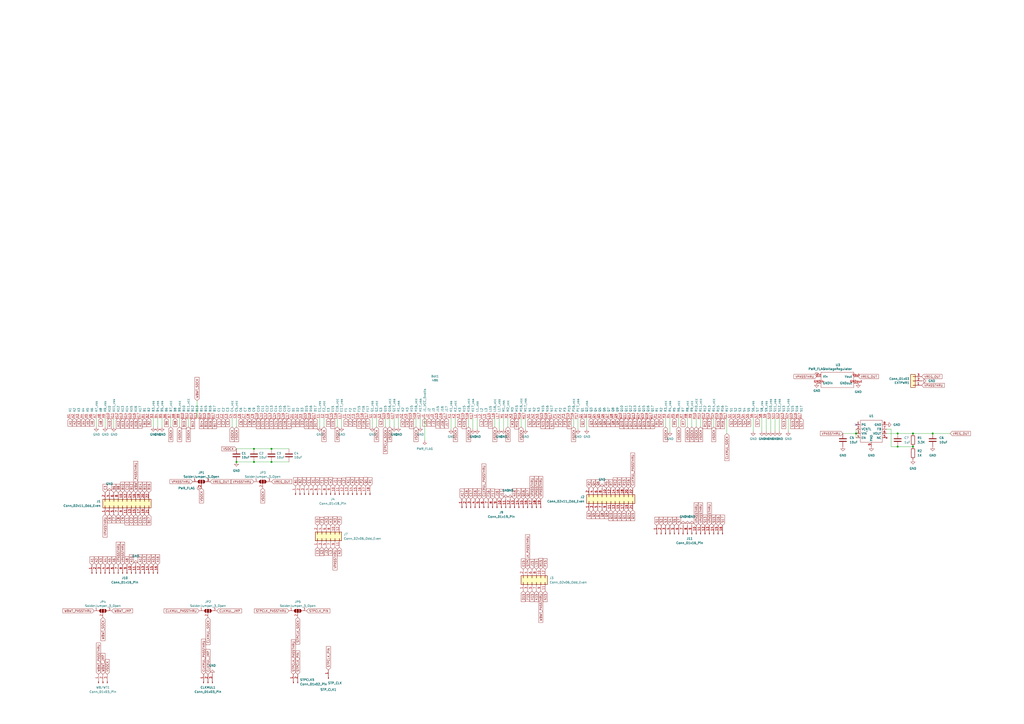
<source format=kicad_sch>
(kicad_sch (version 20230121) (generator eeschema)
  (paper "A2")
  (title_block (title "486SandwichSocketBlaster") (date "2024-10-06") (rev "0.1") (company "ScrapComputing"))
  (junction (at 529.59 259.08))
  (junction (at 496.57 251.46))
  (junction (at 520.7 251.46))
  (junction (at 137.16 267.97))
  (junction (at 147.32 260.35))
  (junction (at 529.59 251.46))
  (junction (at 541.02 251.46))
  (junction (at 157.48 267.97))
  (junction (at 147.32 267.97))
  (junction (at 520.7 259.08))
  (junction (at 157.48 260.35))
  (no_connect (at 496.57 246.38))
  (wire (pts (xy 157.48 267.97) (xy 167.64 267.97)))
  (wire (pts (xy 332.74 242.57) (xy 332.74 247.65)))
  (wire (pts (xy 516.89 248.92) (xy 516.89 259.08)))
  (wire (pts (xy 514.35 248.92) (xy 516.89 248.92)))
  (wire (pts (xy 452.12 242.57) (xy 452.12 250.19)))
  (wire (pts (xy 88.9 242.57) (xy 88.9 247.65)))
  (wire (pts (xy 520.7 259.08) (xy 529.59 259.08)))
  (wire (pts (xy 157.48 260.35) (xy 167.64 260.35)))
  (wire (pts (xy 114.3 242.57) (xy 114.3 232.41)))
  (wire (pts (xy 289.56 242.57) (xy 289.56 248.92)))
  (wire (pts (xy 516.89 259.08) (xy 520.7 259.08)))
  (wire (pts (xy 223.52 242.57) (xy 223.52 247.65)))
  (wire (pts (xy 401.32 242.57) (xy 401.32 247.65)))
  (wire (pts (xy 241.3 242.57) (xy 241.3 247.65)))
  (wire (pts (xy 215.9 247.65) (xy 215.9 242.57)))
  (wire (pts (xy 274.32 242.57) (xy 274.32 248.92)))
  (wire (pts (xy 137.16 242.57) (xy 137.16 247.65)))
  (wire (pts (xy 195.58 242.57) (xy 195.58 247.65)))
  (wire (pts (xy 398.78 242.57) (xy 398.78 247.65)))
  (wire (pts (xy 447.04 242.57) (xy 447.04 250.19)))
  (wire (pts (xy 137.16 260.35) (xy 147.32 260.35)))
  (wire (pts (xy 386.08 242.57) (xy 386.08 247.65)))
  (wire (pts (xy 520.7 251.46) (xy 529.59 251.46)))
  (wire (pts (xy 109.22 242.57) (xy 109.22 247.65)))
  (wire (pts (xy 457.2 242.57) (xy 457.2 250.19)))
  (wire (pts (xy 403.86 242.57) (xy 403.86 247.65)))
  (wire (pts (xy 198.12 242.57) (xy 198.12 247.65)))
  (wire (pts (xy 294.64 242.57) (xy 294.64 247.65)))
  (wire (pts (xy 185.42 247.65) (xy 185.42 242.57)))
  (wire (pts (xy 91.44 242.57) (xy 91.44 247.65)))
  (wire (pts (xy 421.64 242.57) (xy 421.64 251.46)))
  (wire (pts (xy 414.02 242.57) (xy 414.02 247.65)))
  (wire (pts (xy 276.86 248.92) (xy 276.86 242.57)))
  (wire (pts (xy 488.95 251.46) (xy 496.57 251.46)))
  (wire (pts (xy 287.02 242.57) (xy 287.02 247.65)))
  (wire (pts (xy 246.38 242.57) (xy 246.38 255.27)))
  (wire (pts (xy 137.16 267.97) (xy 147.32 267.97)))
  (wire (pts (xy 60.96 242.57) (xy 60.96 247.65)))
  (wire (pts (xy 147.32 260.35) (xy 157.48 260.35)))
  (wire (pts (xy 541.02 251.46) (xy 551.18 251.46)))
  (wire (pts (xy 104.14 242.57) (xy 104.14 247.65)))
  (wire (pts (xy 496.57 248.92) (xy 496.57 251.46)))
  (wire (pts (xy 514.35 251.46) (xy 520.7 251.46)))
  (wire (pts (xy 231.14 247.65) (xy 231.14 242.57)))
  (wire (pts (xy 444.5 242.57) (xy 444.5 250.19)))
  (wire (pts (xy 55.88 242.57) (xy 55.88 247.65)))
  (wire (pts (xy 529.59 251.46) (xy 541.02 251.46)))
  (wire (pts (xy 261.62 242.57) (xy 261.62 248.92)))
  (wire (pts (xy 243.84 247.65) (xy 243.84 242.57)))
  (wire (pts (xy 441.96 242.57) (xy 441.96 250.19)))
  (wire (pts (xy 93.98 242.57) (xy 93.98 247.65)))
  (wire (pts (xy 134.62 242.57) (xy 134.62 247.65)))
  (wire (pts (xy 302.26 242.57) (xy 302.26 247.65)))
  (wire (pts (xy 436.88 242.57) (xy 436.88 250.19)))
  (wire (pts (xy 335.28 242.57) (xy 335.28 248.92)))
  (wire (pts (xy 66.04 242.57) (xy 66.04 247.65)))
  (wire (pts (xy 340.36 248.92) (xy 340.36 242.57)))
  (wire (pts (xy 406.4 242.57) (xy 406.4 247.65)))
  (wire (pts (xy 264.16 242.57) (xy 264.16 247.65)))
  (wire (pts (xy 187.96 242.57) (xy 187.96 247.65)))
  (wire (pts (xy 218.44 242.57) (xy 218.44 247.65)))
  (wire (pts (xy 393.7 242.57) (xy 393.7 247.65)))
  (wire (pts (xy 228.6 242.57) (xy 228.6 247.65)))
  (wire (pts (xy 304.8 242.57) (xy 304.8 248.92)))
  (wire (pts (xy 292.1 248.92) (xy 292.1 242.57)))
  (wire (pts (xy 147.32 267.97) (xy 157.48 267.97)))
  (wire (pts (xy 449.58 242.57) (xy 449.58 250.19)))
  (wire (pts (xy 496.57 251.46) (xy 496.57 254)))
  (wire (pts (xy 388.62 242.57) (xy 388.62 250.19)))
  (wire (pts (xy 271.78 242.57) (xy 271.78 247.65)))
  (wire (pts (xy 226.06 242.57) (xy 226.06 247.65)))
  (wire (pts (xy 99.06 242.57) (xy 99.06 247.65)))
  (global_label "A1" (shape input) (at 40.64 242.57 270) (property "Intersheetrefs" "${INTERSHEET_REFS}" (effects hide)))
  (global_label "Q4" (shape input) (at 345.44 242.57 270) (property "Intersheetrefs" "${INTERSHEET_REFS}" (effects hide)))
  (global_label "Q8" (shape input) (at 355.6 242.57 270) (property "Intersheetrefs" "${INTERSHEET_REFS}" (effects hide)))
  (global_label "P2" (shape input) (at 325.12 242.57 270) (property "Intersheetrefs" "${INTERSHEET_REFS}" (effects hide)))
  (global_label "Q1" (shape input) (at 212.09 281.94 90) (property "Intersheetrefs" "${INTERSHEET_REFS}" (effects hide)))
  (global_label "VSOCK" (shape input) (at 137.16 260.35 180) (property "Intersheetrefs" "${INTERSHEET_REFS}" (effects hide)))
  (global_label "P3" (shape input) (at 327.66 242.57 270) (property "Intersheetrefs" "${INTERSHEET_REFS}" (effects hide)))
  (global_label "CLKMUL_JMP" (shape input) (at 120.65 391.16 90) (property "Intersheetrefs" "${INTERSHEET_REFS}" (effects hide)))
  (global_label "Q9" (shape input) (at 358.14 242.57 270) (property "Intersheetrefs" "${INTERSHEET_REFS}" (effects hide)))
  (global_label "F3" (shape input) (at 186.69 304.8 90) (property "Intersheetrefs" "${INTERSHEET_REFS}" (effects hide)))
  (global_label "D16" (shape input) (at 275.59 289.56 90) (property "Intersheetrefs" "${INTERSHEET_REFS}" (effects hide)))
  (global_label "WBWT_PASSTHRU" (shape input) (at 54.61 354.33 180) (property "Intersheetrefs" "${INTERSHEET_REFS}" (effects hide)))
  (global_label "Q11" (shape input) (at 356.87 295.91 270) (property "Intersheetrefs" "${INTERSHEET_REFS}" (effects hide)))
  (global_label "C17" (shape input) (at 273.05 289.56 90) (property "Intersheetrefs" "${INTERSHEET_REFS}" (effects hide)))
  (global_label "VSOCK" (shape input) (at 401.32 247.65 270) (property "Intersheetrefs" "${INTERSHEET_REFS}" (effects hide)))
  (global_label "J17" (shape input) (at 259.08 242.57 270) (property "Intersheetrefs" "${INTERSHEET_REFS}" (effects hide)))
  (global_label "VPASSTHRU" (shape input) (at 313.69 289.56 90) (property "Intersheetrefs" "${INTERSHEET_REFS}" (effects hide)))
  (global_label "J16" (shape input) (at 256.54 242.57 270) (property "Intersheetrefs" "${INTERSHEET_REFS}" (effects hide)))
  (global_label "J16" (shape input) (at 288.29 289.56 90) (property "Intersheetrefs" "${INTERSHEET_REFS}" (effects hide)))
  (global_label "VSOCK" (shape input) (at 195.58 247.65 270) (property "Intersheetrefs" "${INTERSHEET_REFS}" (effects hide)))
  (global_label "K15" (shape input) (at 311.15 342.9 270) (property "Intersheetrefs" "${INTERSHEET_REFS}" (effects hide)))
  (global_label "J15" (shape input) (at 254 242.57 270) (property "Intersheetrefs" "${INTERSHEET_REFS}" (effects hide)))
  (global_label "VREG_OUT" (shape input) (at 534.67 218.44 0) (property "Intersheetrefs" "${INTERSHEET_REFS}" (effects hide)))
  (global_label "Q8" (shape input) (at 349.25 295.91 270) (property "Intersheetrefs" "${INTERSHEET_REFS}" (effects hide)))
  (global_label "B8" (shape input) (at 101.6 242.57 270) (property "Intersheetrefs" "${INTERSHEET_REFS}" (effects hide)))
  (global_label "R2" (shape input) (at 341.63 283.21 90) (property "Intersheetrefs" "${INTERSHEET_REFS}" (effects hide)))
  (global_label "S1" (shape input) (at 424.18 242.57 270) (property "Intersheetrefs" "${INTERSHEET_REFS}" (effects hide)))
  (global_label "VSOCK" (shape input) (at 218.44 247.65 270) (property "Intersheetrefs" "${INTERSHEET_REFS}" (effects hide)))
  (global_label "L2" (shape input) (at 279.4 242.57 270) (property "Intersheetrefs" "${INTERSHEET_REFS}" (effects hide)))
  (global_label "VSOCK" (shape input) (at 271.78 247.65 270) (property "Intersheetrefs" "${INTERSHEET_REFS}" (effects hide)))
  (global_label "VPASSTHRU" (shape input) (at 473.71 218.44 180) (property "Intersheetrefs" "${INTERSHEET_REFS}" (effects hide)))
  (global_label "Q16" (shape input) (at 375.92 242.57 270) (property "Intersheetrefs" "${INTERSHEET_REFS}" (effects hide)))
  (global_label "C11" (shape input) (at 73.66 298.45 270) (property "Intersheetrefs" "${INTERSHEET_REFS}" (effects hide)))
  (global_label "CLKMUL_PASSTHRU" (shape input) (at 115.57 354.33 180) (property "Intersheetrefs" "${INTERSHEET_REFS}" (effects hide)))
  (global_label "N16" (shape input) (at 298.45 289.56 90) (property "Intersheetrefs" "${INTERSHEET_REFS}" (effects hide)))
  (global_label "VSOCK" (shape input) (at 287.02 247.65 270) (property "Intersheetrefs" "${INTERSHEET_REFS}" (effects hide)))
  (global_label "A10" (shape input) (at 76.2 327.66 90) (property "Intersheetrefs" "${INTERSHEET_REFS}" (effects hide)))
  (global_label "F2" (shape input) (at 203.2 242.57 270) (property "Intersheetrefs" "${INTERSHEET_REFS}" (effects hide)))
  (global_label "P1" (shape input) (at 207.01 281.94 90) (property "Intersheetrefs" "${INTERSHEET_REFS}" (effects hide)))
  (global_label "Q15" (shape input) (at 367.03 295.91 270) (property "Intersheetrefs" "${INTERSHEET_REFS}" (effects hide)))
  (global_label "D15" (shape input) (at 177.8 242.57 270) (property "Intersheetrefs" "${INTERSHEET_REFS}" (effects hide)))
  (global_label "C7" (shape input) (at 142.24 242.57 270) (property "Intersheetrefs" "${INTERSHEET_REFS}" (effects hide)))
  (global_label "J15" (shape input) (at 308.61 330.2 90) (property "Intersheetrefs" "${INTERSHEET_REFS}" (effects hide)))
  (global_label "VSOCK" (shape input) (at 398.78 247.65 270) (property "Intersheetrefs" "${INTERSHEET_REFS}" (effects hide)))
  (global_label "L15" (shape input) (at 284.48 242.57 270) (property "Intersheetrefs" "${INTERSHEET_REFS}" (effects hide)))
  (global_label "A2" (shape input) (at 55.88 327.66 90) (property "Intersheetrefs" "${INTERSHEET_REFS}" (effects hide)))
  (global_label "STPCLK_PIN" (shape input) (at 190.5 388.62 90) (property "Intersheetrefs" "${INTERSHEET_REFS}" (effects hide)))
  (global_label "VSOCK" (shape input) (at 332.74 247.65 270) (property "Intersheetrefs" "${INTERSHEET_REFS}" (effects hide)))
  (global_label "STPCLK_PIN" (shape input) (at 172.72 391.16 90) (property "Intersheetrefs" "${INTERSHEET_REFS}" (effects hide)))
  (global_label "B15" (shape input) (at 119.38 242.57 270) (property "Intersheetrefs" "${INTERSHEET_REFS}" (effects hide)))
  (global_label "A3" (shape input) (at 58.42 327.66 90) (property "Intersheetrefs" "${INTERSHEET_REFS}" (effects hide)))
  (global_label "VREG_OUT" (shape input) (at 551.18 251.46 0) (property "Intersheetrefs" "${INTERSHEET_REFS}" (effects hide)))
  (global_label "K3" (shape input) (at 266.7 242.57 270) (property "Intersheetrefs" "${INTERSHEET_REFS}" (effects hide)))
  (global_label "VPASSTHRU" (shape input) (at 406.4 304.8 90) (property "Intersheetrefs" "${INTERSHEET_REFS}" (effects hide)))
  (global_label "VPASSTHRU" (shape input) (at 111.76 279.4 180) (property "Intersheetrefs" "${INTERSHEET_REFS}" (effects hide)))
  (global_label "C7" (shape input) (at 66.04 298.45 270) (property "Intersheetrefs" "${INTERSHEET_REFS}" (effects hide)))
  (global_label "CLKMUL_SOCK" (shape input) (at 120.65 358.14 270) (property "Intersheetrefs" "${INTERSHEET_REFS}" (effects hide)))
  (global_label "H15" (shape input) (at 308.61 342.9 270) (property "Intersheetrefs" "${INTERSHEET_REFS}" (effects hide)))
  (global_label "F16" (shape input) (at 283.21 289.56 90) (property "Intersheetrefs" "${INTERSHEET_REFS}" (effects hide)))
  (global_label "S15" (shape input) (at 414.02 304.8 90) (property "Intersheetrefs" "${INTERSHEET_REFS}" (effects hide)))
  (global_label "A8" (shape input) (at 73.66 327.66 90) (property "Intersheetrefs" "${INTERSHEET_REFS}" (effects hide)))
  (global_label "D16" (shape input) (at 180.34 242.57 270) (property "Intersheetrefs" "${INTERSHEET_REFS}" (effects hide)))
  (global_label "Q3" (shape input) (at 342.9 242.57 270) (property "Intersheetrefs" "${INTERSHEET_REFS}" (effects hide)))
  (global_label "S3" (shape input) (at 386.08 304.8 90) (property "Intersheetrefs" "${INTERSHEET_REFS}" (effects hide)))
  (global_label "B1" (shape input) (at 171.45 281.94 90) (property "Intersheetrefs" "${INTERSHEET_REFS}" (effects hide)))
  (global_label "STPCLK_PIN" (shape input) (at 177.8 354.33 0) (property "Intersheetrefs" "${INTERSHEET_REFS}" (effects hide)))
  (global_label "R16" (shape input) (at 364.49 283.21 90) (property "Intersheetrefs" "${INTERSHEET_REFS}" (effects hide)))
  (global_label "C16" (shape input) (at 165.1 242.57 270) (property "Intersheetrefs" "${INTERSHEET_REFS}" (effects hide)))
  (global_label "K15" (shape input) (at 269.24 242.57 270) (property "Intersheetrefs" "${INTERSHEET_REFS}" (effects hide)))
  (global_label "C13" (shape input) (at 157.48 242.57 270) (property "Intersheetrefs" "${INTERSHEET_REFS}" (effects hide)))
  (global_label "VPASSTHRU" (shape input) (at 411.48 304.8 90) (property "Intersheetrefs" "${INTERSHEET_REFS}" (effects hide)))
  (global_label "C8" (shape input) (at 68.58 298.45 270) (property "Intersheetrefs" "${INTERSHEET_REFS}" (effects hide)))
  (global_label "VPASSTHRU" (shape input) (at 71.12 327.66 90) (property "Intersheetrefs" "${INTERSHEET_REFS}" (effects hide)))
  (global_label "N2" (shape input) (at 309.88 242.57 270) (property "Intersheetrefs" "${INTERSHEET_REFS}" (effects hide)))
  (global_label "CLKMUL_PASSTHRU" (shape input) (at 367.03 283.21 90) (property "Intersheetrefs" "${INTERSHEET_REFS}" (effects hide)))
  (global_label "STPCLK_PASSTHRU" (shape input) (at 170.18 391.16 90) (property "Intersheetrefs" "${INTERSHEET_REFS}" (effects hide)))
  (global_label "S17" (shape input) (at 464.82 242.57 270) (property "Intersheetrefs" "${INTERSHEET_REFS}" (effects hide)))
  (global_label "J3" (shape input) (at 251.46 242.57 270) (property "Intersheetrefs" "${INTERSHEET_REFS}" (effects hide)))
  (global_label "VPASSTHRU" (shape input) (at 194.31 317.5 270) (property "Intersheetrefs" "${INTERSHEET_REFS}" (effects hide)))
  (global_label "R12" (shape input) (at 408.94 242.57 270) (property "Intersheetrefs" "${INTERSHEET_REFS}" (effects hide)))
  (global_label "S3" (shape input) (at 429.26 242.57 270) (property "Intersheetrefs" "${INTERSHEET_REFS}" (effects hide)))
  (global_label "C15" (shape input) (at 162.56 242.57 270) (property "Intersheetrefs" "${INTERSHEET_REFS}" (effects hide)))
  (global_label "VSOCK" (shape input) (at 99.06 247.65 270) (property "Intersheetrefs" "${INTERSHEET_REFS}" (effects hide)))
  (global_label "P3" (shape input) (at 196.85 304.8 90) (property "Intersheetrefs" "${INTERSHEET_REFS}" (effects hide)))
  (global_label "C2" (shape input) (at 129.54 242.57 270) (property "Intersheetrefs" "${INTERSHEET_REFS}" (effects hide)))
  (global_label "J2" (shape input) (at 248.92 242.57 270) (property "Intersheetrefs" "${INTERSHEET_REFS}" (effects hide)))
  (global_label "A14" (shape input) (at 73.66 242.57 270) (property "Intersheetrefs" "${INTERSHEET_REFS}" (effects hide)))
  (global_label "A10" (shape input) (at 63.5 242.57 270) (property "Intersheetrefs" "${INTERSHEET_REFS}" (effects hide)))
  (global_label "Q6" (shape input) (at 350.52 242.57 270) (property "Intersheetrefs" "${INTERSHEET_REFS}" (effects hide)))
  (global_label "S2" (shape input) (at 426.72 242.57 270) (property "Intersheetrefs" "${INTERSHEET_REFS}" (effects hide)))
  (global_label "B12" (shape input) (at 76.2 285.75 90) (property "Intersheetrefs" "${INTERSHEET_REFS}" (effects hide)))
  (global_label "VPASSTHRU" (shape input) (at 308.61 289.56 90) (property "Intersheetrefs" "${INTERSHEET_REFS}" (effects hide)))
  (global_label "N17" (shape input) (at 300.99 289.56 90) (property "Intersheetrefs" "${INTERSHEET_REFS}" (effects hide)))
  (global_label "VPASSTHRU" (shape input) (at 403.86 304.8 90) (property "Intersheetrefs" "${INTERSHEET_REFS}" (effects hide)))
  (global_label "VPASSTHRU" (shape input) (at 534.67 223.52 0) (property "Intersheetrefs" "${INTERSHEET_REFS}" (effects hide)))
  (global_label "D3" (shape input) (at 184.15 304.8 90) (property "Intersheetrefs" "${INTERSHEET_REFS}" (effects hide)))
  (global_label "B2" (shape input) (at 86.36 242.57 270) (property "Intersheetrefs" "${INTERSHEET_REFS}" (effects hide)))
  (global_label "S16" (shape input) (at 462.28 242.57 270) (property "Intersheetrefs" "${INTERSHEET_REFS}" (effects hide)))
  (global_label "Q5" (shape input) (at 347.98 242.57 270) (property "Intersheetrefs" "${INTERSHEET_REFS}" (effects hide)))
  (global_label "B6" (shape input) (at 96.52 242.57 270) (property "Intersheetrefs" "${INTERSHEET_REFS}" (effects hide)))
  (global_label "A6" (shape input) (at 66.04 327.66 90) (property "Intersheetrefs" "${INTERSHEET_REFS}" (effects hide)))
  (global_label "P2" (shape input) (at 209.55 281.94 90) (property "Intersheetrefs" "${INTERSHEET_REFS}" (effects hide)))
  (global_label "A16" (shape input) (at 91.44 327.66 90) (property "Intersheetrefs" "${INTERSHEET_REFS}" (effects hide)))
  (global_label "R15" (shape input) (at 361.95 283.21 90) (property "Intersheetrefs" "${INTERSHEET_REFS}" (effects hide)))
  (global_label "S7" (shape input) (at 393.7 304.8 90) (property "Intersheetrefs" "${INTERSHEET_REFS}" (effects hide)))
  (global_label "STPCLK_PASSTHRU" (shape input) (at 306.07 330.2 90) (property "Intersheetrefs" "${INTERSHEET_REFS}" (effects hide)))
  (global_label "N15" (shape input) (at 314.96 242.57 270) (property "Intersheetrefs" "${INTERSHEET_REFS}" (effects hide)))
  (global_label "R2" (shape input) (at 383.54 242.57 270) (property "Intersheetrefs" "${INTERSHEET_REFS}" (effects hide)))
  (global_label "S7" (shape input) (at 439.42 242.57 270) (property "Intersheetrefs" "${INTERSHEET_REFS}" (effects hide)))
  (global_label "VSOCK" (shape input) (at 116.84 283.21 270) (property "Intersheetrefs" "${INTERSHEET_REFS}" (effects hide)))
  (global_label "VSOCK" (shape input) (at 137.16 247.65 270) (property "Intersheetrefs" "${INTERSHEET_REFS}" (effects hide)))
  (global_label "VREG_OUT" (shape input) (at 157.48 279.4 0) (property "Intersheetrefs" "${INTERSHEET_REFS}" (effects hide)))
  (global_label "A12" (shape input) (at 81.28 327.66 90) (property "Intersheetrefs" "${INTERSHEET_REFS}" (effects hide)))
  (global_label "C3" (shape input) (at 132.08 242.57 270) (property "Intersheetrefs" "${INTERSHEET_REFS}" (effects hide)))
  (global_label "M3" (shape input) (at 297.18 242.57 270) (property "Intersheetrefs" "${INTERSHEET_REFS}" (effects hide)))
  (global_label "R1" (shape input) (at 214.63 281.94 90) (property "Intersheetrefs" "${INTERSHEET_REFS}" (effects hide)))
  (global_label "C11" (shape input) (at 152.4 242.57 270) (property "Intersheetrefs" "${INTERSHEET_REFS}" (effects hide)))
  (global_label "CLKMUL_SOCK" (shape input) (at 421.64 251.46 270) (property "Intersheetrefs" "${INTERSHEET_REFS}" (effects hide)))
  (global_label "E15" (shape input) (at 193.04 242.57 270) (property "Intersheetrefs" "${INTERSHEET_REFS}" (effects hide)))
  (global_label "M15" (shape input) (at 299.72 242.57 270) (property "Intersheetrefs" "${INTERSHEET_REFS}" (effects hide)))
  (global_label "S2" (shape input) (at 383.54 304.8 90) (property "Intersheetrefs" "${INTERSHEET_REFS}" (effects hide)))
  (global_label "Q10" (shape input) (at 360.68 242.57 270) (property "Intersheetrefs" "${INTERSHEET_REFS}" (effects hide)))
  (global_label "B8" (shape input) (at 68.58 285.75 90) (property "Intersheetrefs" "${INTERSHEET_REFS}" (effects hide)))
  (global_label "Q13" (shape input) (at 361.95 295.91 270) (property "Intersheetrefs" "${INTERSHEET_REFS}" (effects hide)))
  (global_label "C2" (shape input) (at 176.53 281.94 90) (property "Intersheetrefs" "${INTERSHEET_REFS}" (effects hide)))
  (global_label "B16" (shape input) (at 86.36 285.75 90) (property "Intersheetrefs" "${INTERSHEET_REFS}" (effects hide)))
  (global_label "VSOCK" (shape input) (at 109.22 247.65 270) (property "Intersheetrefs" "${INTERSHEET_REFS}" (effects hide)))
  (global_label "F17" (shape input) (at 213.36 242.57 270) (property "Intersheetrefs" "${INTERSHEET_REFS}" (effects hide)))
  (global_label "K3" (shape input) (at 191.77 304.8 90) (property "Intersheetrefs" "${INTERSHEET_REFS}" (effects hide)))
  (global_label "H3" (shape input) (at 236.22 242.57 270) (property "Intersheetrefs" "${INTERSHEET_REFS}" (effects hide)))
  (global_label "C9" (shape input) (at 71.12 298.45 270) (property "Intersheetrefs" "${INTERSHEET_REFS}" (effects hide)))
  (global_label "B1" (shape input) (at 83.82 242.57 270) (property "Intersheetrefs" "${INTERSHEET_REFS}" (effects hide)))
  (global_label "D2" (shape input) (at 184.15 281.94 90) (property "Intersheetrefs" "${INTERSHEET_REFS}" (effects hide)))
  (global_label "STPCLK_SOCK" (shape input) (at 223.52 247.65 270) (property "Intersheetrefs" "${INTERSHEET_REFS}" (effects hide)))
  (global_label "H15" (shape input) (at 238.76 242.57 270) (property "Intersheetrefs" "${INTERSHEET_REFS}" (effects hide)))
  (global_label "VSOCK" (shape input) (at 241.3 247.65 270) (property "Intersheetrefs" "${INTERSHEET_REFS}" (effects hide)))
  (global_label "C6" (shape input) (at 139.7 242.57 270) (property "Intersheetrefs" "${INTERSHEET_REFS}" (effects hide)))
  (global_label "C12" (shape input) (at 154.94 242.57 270) (property "Intersheetrefs" "${INTERSHEET_REFS}" (effects hide)))
  (global_label "A2" (shape input) (at 43.18 242.57 270) (property "Intersheetrefs" "${INTERSHEET_REFS}" (effects hide)))
  (global_label "L3" (shape input) (at 281.94 242.57 270) (property "Intersheetrefs" "${INTERSHEET_REFS}" (effects hide)))
  (global_label "E15" (shape input) (at 303.53 330.2 90) (property "Intersheetrefs" "${INTERSHEET_REFS}" (effects hide)))
  (global_label "A16" (shape input) (at 78.74 242.57 270) (property "Intersheetrefs" "${INTERSHEET_REFS}" (effects hide)))
  (global_label "R5" (shape input) (at 351.79 283.21 90) (property "Intersheetrefs" "${INTERSHEET_REFS}" (effects hide)))
  (global_label "E3" (shape input) (at 190.5 242.57 270) (property "Intersheetrefs" "${INTERSHEET_REFS}" (effects hide)))
  (global_label "S1" (shape input) (at 381 304.8 90) (property "Intersheetrefs" "${INTERSHEET_REFS}" (effects hide)))
  (global_label "VREG_OUT" (shape input) (at 121.92 279.4 0) (property "Intersheetrefs" "${INTERSHEET_REFS}" (effects hide)))
  (global_label "Q15" (shape input) (at 373.38 242.57 270) (property "Intersheetrefs" "${INTERSHEET_REFS}" (effects hide)))
  (global_label "VSOCK" (shape input) (at 403.86 247.65 270) (property "Intersheetrefs" "${INTERSHEET_REFS}" (effects hide)))
  (global_label "A15" (shape input) (at 88.9 327.66 90) (property "Intersheetrefs" "${INTERSHEET_REFS}" (effects hide)))
  (global_label "S5" (shape input) (at 391.16 304.8 90) (property "Intersheetrefs" "${INTERSHEET_REFS}" (effects hide)))
  (global_label "STPCLK_SOCK" (shape input) (at 172.72 358.14 270) (property "Intersheetrefs" "${INTERSHEET_REFS}" (effects hide)))
  (global_label "E3" (shape input) (at 184.15 317.5 270) (property "Intersheetrefs" "${INTERSHEET_REFS}" (effects hide)))
  (global_label "B17" (shape input) (at 86.36 298.45 270) (property "Intersheetrefs" "${INTERSHEET_REFS}" (effects hide)))
  (global_label "S15" (shape input) (at 459.74 242.57 270) (property "Intersheetrefs" "${INTERSHEET_REFS}" (effects hide)))
  (global_label "VSOCK" (shape input) (at 104.14 247.65 270) (property "Intersheetrefs" "${INTERSHEET_REFS}" (effects hide)))
  (global_label "C1" (shape input) (at 179.07 281.94 90) (property "Intersheetrefs" "${INTERSHEET_REFS}" (effects hide)))
  (global_label "N2" (shape input) (at 204.47 281.94 90) (property "Intersheetrefs" "${INTERSHEET_REFS}" (effects hide)))
  (global_label "Q14" (shape input) (at 364.49 295.91 270) (property "Intersheetrefs" "${INTERSHEET_REFS}" (effects hide)))
  (global_label "C16" (shape input) (at 270.51 289.56 90) (property "Intersheetrefs" "${INTERSHEET_REFS}" (effects hide)))
  (global_label "WBWT_SOCK" (shape input) (at 59.69 358.14 270) (property "Intersheetrefs" "${INTERSHEET_REFS}" (effects hide)))
  (global_label "P15" (shape input) (at 330.2 242.57 270) (property "Intersheetrefs" "${INTERSHEET_REFS}" (effects hide)))
  (global_label "Q7" (shape input) (at 353.06 242.57 270) (property "Intersheetrefs" "${INTERSHEET_REFS}" (effects hide)))
  (global_label "VSOCK" (shape input) (at 187.96 247.65 270) (property "Intersheetrefs" "${INTERSHEET_REFS}" (effects hide)))
  (global_label "C6" (shape input) (at 63.5 298.45 270) (property "Intersheetrefs" "${INTERSHEET_REFS}" (effects hide)))
  (global_label "B10" (shape input) (at 106.68 242.57 270) (property "Intersheetrefs" "${INTERSHEET_REFS}" (effects hide)))
  (global_label "C9" (shape input) (at 147.32 242.57 270) (property "Intersheetrefs" "${INTERSHEET_REFS}" (effects hide)))
  (global_label "Q16" (shape input) (at 303.53 289.56 90) (property "Intersheetrefs" "${INTERSHEET_REFS}" (effects hide)))
  (global_label "D17" (shape input) (at 182.88 242.57 270) (property "Intersheetrefs" "${INTERSHEET_REFS}" (effects hide)))
  (global_label "Q5" (shape input) (at 344.17 295.91 270) (property "Intersheetrefs" "${INTERSHEET_REFS}" (effects hide)))
  (global_label "C14" (shape input) (at 160.02 242.57 270) (property "Intersheetrefs" "${INTERSHEET_REFS}" (effects hide)))
  (global_label "J1" (shape input) (at 194.31 281.94 90) (property "Intersheetrefs" "${INTERSHEET_REFS}" (effects hide)))
  (global_label "VSOCK" (shape input) (at 62.23 391.16 90) (property "Intersheetrefs" "${INTERSHEET_REFS}" (effects hide)))
  (global_label "C1" (shape input) (at 127 242.57 270) (property "Intersheetrefs" "${INTERSHEET_REFS}" (effects hide)))
  (global_label "Q3" (shape input) (at 341.63 295.91 270) (property "Intersheetrefs" "${INTERSHEET_REFS}" (effects hide)))
  (global_label "C3" (shape input) (at 60.96 285.75 90) (property "Intersheetrefs" "${INTERSHEET_REFS}" (effects hide)))
  (global_label "VSOCK" (shape input) (at 294.64 247.65 270) (property "Intersheetrefs" "${INTERSHEET_REFS}" (effects hide)))
  (global_label "S4" (shape input) (at 431.8 242.57 270) (property "Intersheetrefs" "${INTERSHEET_REFS}" (effects hide)))
  (global_label "N15" (shape input) (at 316.23 342.9 270) (property "Intersheetrefs" "${INTERSHEET_REFS}" (effects hide)))
  (global_label "P1" (shape input) (at 322.58 242.57 270) (property "Intersheetrefs" "${INTERSHEET_REFS}" (effects hide)))
  (global_label "F16" (shape input) (at 210.82 242.57 270) (property "Intersheetrefs" "${INTERSHEET_REFS}" (effects hide)))
  (global_label "Q12" (shape input) (at 359.41 295.91 270) (property "Intersheetrefs" "${INTERSHEET_REFS}" (effects hide)))
  (global_label "VREG_OUT" (shape input) (at 497.84 218.44 0) (property "Intersheetrefs" "${INTERSHEET_REFS}" (effects hide)))
  (global_label "R5" (shape input) (at 391.16 242.57 270) (property "Intersheetrefs" "${INTERSHEET_REFS}" (effects hide)))
  (global_label "A17" (shape input) (at 267.97 289.56 90) (property "Intersheetrefs" "${INTERSHEET_REFS}" (effects hide)))
  (global_label "VSOCK" (shape input) (at 264.16 247.65 270) (property "Intersheetrefs" "${INTERSHEET_REFS}" (effects hide)))
  (global_label "B6" (shape input) (at 66.04 285.75 90) (property "Intersheetrefs" "${INTERSHEET_REFS}" (effects hide)))
  (global_label "B12" (shape input) (at 111.76 242.57 270) (property "Intersheetrefs" "${INTERSHEET_REFS}" (effects hide)))
  (global_label "C8" (shape input) (at 144.78 242.57 270) (property "Intersheetrefs" "${INTERSHEET_REFS}" (effects hide)))
  (global_label "D2" (shape input) (at 172.72 242.57 270) (property "Intersheetrefs" "${INTERSHEET_REFS}" (effects hide)))
  (global_label "VPASSTHRU" (shape input) (at 488.95 251.46 180) (property "Intersheetrefs" "${INTERSHEET_REFS}" (effects hide)))
  (global_label "A15" (shape input) (at 76.2 242.57 270) (property "Intersheetrefs" "${INTERSHEET_REFS}" (effects hide)))
  (global_label "D1" (shape input) (at 181.61 281.94 90) (property "Intersheetrefs" "${INTERSHEET_REFS}" (effects hide)))
  (global_label "N17" (shape input) (at 320.04 242.57 270) (property "Intersheetrefs" "${INTERSHEET_REFS}" (effects hide)))
  (global_label "CLKMUL_PASSTHRU" (shape input) (at 118.11 391.16 90) (property "Intersheetrefs" "${INTERSHEET_REFS}" (effects hide)))
  (global_label "A5" (shape input) (at 50.8 242.57 270) (property "Intersheetrefs" "${INTERSHEET_REFS}" (effects hide)))
  (global_label "Q4" (shape input) (at 344.17 283.21 90) (property "Intersheetrefs" "${INTERSHEET_REFS}" (effects hide)))
  (global_label "R13" (shape input) (at 411.48 242.57 270) (property "Intersheetrefs" "${INTERSHEET_REFS}" (effects hide)))
  (global_label "J17" (shape input) (at 290.83 289.56 90) (property "Intersheetrefs" "${INTERSHEET_REFS}" (effects hide)))
  (global_label "F15" (shape input) (at 208.28 242.57 270) (property "Intersheetrefs" "${INTERSHEET_REFS}" (effects hide)))
  (global_label "WBWT_JMP" (shape input) (at 59.69 391.16 90) (property "Intersheetrefs" "${INTERSHEET_REFS}" (effects hide)))
  (global_label "A1" (shape input) (at 53.34 327.66 90) (property "Intersheetrefs" "${INTERSHEET_REFS}" (effects hide)))
  (global_label "R13" (shape input) (at 359.41 283.21 90) (property "Intersheetrefs" "${INTERSHEET_REFS}" (effects hide)))
  (global_label "N3" (shape input) (at 312.42 242.57 270) (property "Intersheetrefs" "${INTERSHEET_REFS}" (effects hide)))
  (global_label "M3" (shape input) (at 194.31 304.8 90) (property "Intersheetrefs" "${INTERSHEET_REFS}" (effects hide)))
  (global_label "VSOCK" (shape input) (at 152.4 283.21 270) (property "Intersheetrefs" "${INTERSHEET_REFS}" (effects hide)))
  (global_label "VSOCK" (shape input) (at 414.02 247.65 270) (property "Intersheetrefs" "${INTERSHEET_REFS}" (effects hide)))
  (global_label "A3" (shape input) (at 45.72 242.57 270) (property "Intersheetrefs" "${INTERSHEET_REFS}" (effects hide)))
  (global_label "R12" (shape input) (at 356.87 283.21 90) (property "Intersheetrefs" "${INTERSHEET_REFS}" (effects hide)))
  (global_label "A12" (shape input) (at 68.58 242.57 270) (property "Intersheetrefs" "${INTERSHEET_REFS}" (effects hide)))
  (global_label "Q7" (shape input) (at 346.71 295.91 270) (property "Intersheetrefs" "${INTERSHEET_REFS}" (effects hide)))
  (global_label "B14" (shape input) (at 81.28 285.75 90) (property "Intersheetrefs" "${INTERSHEET_REFS}" (effects hide)))
  (global_label "R7" (shape input) (at 396.24 242.57 270) (property "Intersheetrefs" "${INTERSHEET_REFS}" (effects hide)))
  (global_label "S4" (shape input) (at 388.62 304.8 90) (property "Intersheetrefs" "${INTERSHEET_REFS}" (effects hide)))
  (global_label "B10" (shape input) (at 71.12 285.75 90) (property "Intersheetrefs" "${INTERSHEET_REFS}" (effects hide)))
  (global_label "L15" (shape input) (at 311.15 330.2 90) (property "Intersheetrefs" "${INTERSHEET_REFS}" (effects hide)))
  (global_label "Q17" (shape input) (at 306.07 289.56 90) (property "Intersheetrefs" "${INTERSHEET_REFS}" (effects hide)))
  (global_label "VSOCK" (shape input) (at 386.08 247.65 270) (property "Intersheetrefs" "${INTERSHEET_REFS}" (effects hide)))
  (global_label "C15" (shape input) (at 83.82 298.45 270) (property "Intersheetrefs" "${INTERSHEET_REFS}" (effects hide)))
  (global_label "VPASSTHRU" (shape input) (at 147.32 279.4 180) (property "Intersheetrefs" "${INTERSHEET_REFS}" (effects hide)))
  (global_label "J2" (shape input) (at 196.85 281.94 90) (property "Intersheetrefs" "${INTERSHEET_REFS}" (effects hide)))
  (global_label "D3" (shape input) (at 175.26 242.57 270) (property "Intersheetrefs" "${INTERSHEET_REFS}" (effects hide)))
  (global_label "S5" (shape input) (at 434.34 242.57 270) (property "Intersheetrefs" "${INTERSHEET_REFS}" (effects hide)))
  (global_label "H3" (shape input) (at 189.23 304.8 90) (property "Intersheetrefs" "${INTERSHEET_REFS}" (effects hide)))
  (global_label "D17" (shape input) (at 278.13 289.56 90) (property "Intersheetrefs" "${INTERSHEET_REFS}" (effects hide)))
  (global_label "F1" (shape input) (at 200.66 242.57 270) (property "Intersheetrefs" "${INTERSHEET_REFS}" (effects hide)))
  (global_label "STPCLK_PASSTHRU" (shape input) (at 167.64 354.33 180) (property "Intersheetrefs" "${INTERSHEET_REFS}" (effects hide)))
  (global_label "L2" (shape input) (at 199.39 281.94 90) (property "Intersheetrefs" "${INTERSHEET_REFS}" (effects hide)))
  (global_label "F17" (shape input) (at 285.75 289.56 90) (property "Intersheetrefs" "${INTERSHEET_REFS}" (effects hide)))
  (global_label "F3" (shape input) (at 205.74 242.57 270) (property "Intersheetrefs" "${INTERSHEET_REFS}" (effects hide)))
  (global_label "B16" (shape input) (at 121.92 242.57 270) (property "Intersheetrefs" "${INTERSHEET_REFS}" (effects hide)))
  (global_label "R15" (shape input) (at 416.56 242.57 270) (property "Intersheetrefs" "${INTERSHEET_REFS}" (effects hide)))
  (global_label "B14" (shape input) (at 116.84 242.57 270) (property "Intersheetrefs" "${INTERSHEET_REFS}" (effects hide)))
  (global_label "Q11" (shape input) (at 363.22 242.57 270) (property "Intersheetrefs" "${INTERSHEET_REFS}" (effects hide)))
  (global_label "B15" (shape input) (at 83.82 285.75 90) (property "Intersheetrefs" "${INTERSHEET_REFS}" (effects hide)))
  (global_label "A14" (shape input) (at 86.36 327.66 90) (property "Intersheetrefs" "${INTERSHEET_REFS}" (effects hide)))
  (global_label "A13" (shape input) (at 71.12 242.57 270) (property "Intersheetrefs" "${INTERSHEET_REFS}" (effects hide)))
  (global_label "VSOCK" (shape input) (at 226.06 247.65 270) (property "Intersheetrefs" "${INTERSHEET_REFS}" (effects hide)))
  (global_label "S13" (shape input) (at 454.66 242.57 270) (property "Intersheetrefs" "${INTERSHEET_REFS}" (effects hide)))
  (global_label "Q12" (shape input) (at 365.76 242.57 270) (property "Intersheetrefs" "${INTERSHEET_REFS}" (effects hide)))
  (global_label "Q9" (shape input) (at 351.79 295.91 270) (property "Intersheetrefs" "${INTERSHEET_REFS}" (effects hide)))
  (global_label "F2" (shape input) (at 189.23 281.94 90) (property "Intersheetrefs" "${INTERSHEET_REFS}" (effects hide)))
  (global_label "S16" (shape input) (at 416.56 304.8 90) (property "Intersheetrefs" "${INTERSHEET_REFS}" (effects hide)))
  (global_label "VPASSTHRU" (shape input) (at 68.58 327.66 90) (property "Intersheetrefs" "${INTERSHEET_REFS}" (effects hide)))
  (global_label "R1" (shape input) (at 381 242.57 270) (property "Intersheetrefs" "${INTERSHEET_REFS}" (effects hide)))
  (global_label "S13" (shape input) (at 408.94 304.8 90) (property "Intersheetrefs" "${INTERSHEET_REFS}" (effects hide)))
  (global_label "VSOCK" (shape input) (at 302.26 247.65 270) (property "Intersheetrefs" "${INTERSHEET_REFS}" (effects hide)))
  (global_label "R7" (shape input) (at 354.33 283.21 90) (property "Intersheetrefs" "${INTERSHEET_REFS}" (effects hide)))
  (global_label "Q14" (shape input) (at 370.84 242.57 270) (property "Intersheetrefs" "${INTERSHEET_REFS}" (effects hide)))
  (global_label "J3" (shape input) (at 189.23 317.5 270) (property "Intersheetrefs" "${INTERSHEET_REFS}" (effects hide)))
  (global_label "Q13" (shape input) (at 368.3 242.57 270) (property "Intersheetrefs" "${INTERSHEET_REFS}" (effects hide)))
  (global_label "S17" (shape input) (at 419.1 304.8 90) (property "Intersheetrefs" "${INTERSHEET_REFS}" (effects hide)))
  (global_label "A4" (shape input) (at 48.26 242.57 270) (property "Intersheetrefs" "${INTERSHEET_REFS}" (effects hide)))
  (global_label "WBWT_PASSTHRU" (shape input) (at 313.69 342.9 270) (property "Intersheetrefs" "${INTERSHEET_REFS}" (effects hide)))
  (global_label "WBWT_JMP" (shape input) (at 64.77 354.33 0) (property "Intersheetrefs" "${INTERSHEET_REFS}" (effects hide)))
  (global_label "C17" (shape input) (at 167.64 242.57 270) (property "Intersheetrefs" "${INTERSHEET_REFS}" (effects hide)))
  (global_label "A17" (shape input) (at 81.28 242.57 270) (property "Intersheetrefs" "${INTERSHEET_REFS}" (effects hide)))
  (global_label "F15" (shape input) (at 306.07 342.9 270) (property "Intersheetrefs" "${INTERSHEET_REFS}" (effects hide)))
  (global_label "Q1" (shape input) (at 337.82 242.57 270) (property "Intersheetrefs" "${INTERSHEET_REFS}" (effects hide)))
  (global_label "Q17" (shape input) (at 378.46 242.57 270) (property "Intersheetrefs" "${INTERSHEET_REFS}" (effects hide)))
  (global_label "F1" (shape input) (at 186.69 281.94 90) (property "Intersheetrefs" "${INTERSHEET_REFS}" (effects hide)))
  (global_label "VSOCK" (shape input) (at 134.62 247.65 270) (property "Intersheetrefs" "${INTERSHEET_REFS}" (effects hide)))
  (global_label "C14" (shape input) (at 81.28 298.45 270) (property "Intersheetrefs" "${INTERSHEET_REFS}" (effects hide)))
  (global_label "G3" (shape input) (at 220.98 242.57 270) (property "Intersheetrefs" "${INTERSHEET_REFS}" (effects hide)))
  (global_label "WBWT_PASSTHRU" (shape input) (at 57.15 391.16 90) (property "Intersheetrefs" "${INTERSHEET_REFS}" (effects hide)))
  (global_label "C12" (shape input) (at 76.2 298.45 270) (property "Intersheetrefs" "${INTERSHEET_REFS}" (effects hide)))
  (global_label "C13" (shape input) (at 78.74 298.45 270) (property "Intersheetrefs" "${INTERSHEET_REFS}" (effects hide)))
  (global_label "Q6" (shape input) (at 346.71 283.21 90) (property "Intersheetrefs" "${INTERSHEET_REFS}" (effects hide)))
  (global_label "N1" (shape input) (at 201.93 281.94 90) (property "Intersheetrefs" "${INTERSHEET_REFS}" (effects hide)))
  (global_label "CLKMUL_PASSTHRU" (shape input) (at 280.67 289.56 90) (property "Intersheetrefs" "${INTERSHEET_REFS}" (effects hide)))
  (global_label "C10" (shape input) (at 149.86 242.57 270) (property "Intersheetrefs" "${INTERSHEET_REFS}" (effects hide)))
  (global_label "Q10" (shape input) (at 354.33 295.91 270) (property "Intersheetrefs" "${INTERSHEET_REFS}" (effects hide)))
  (global_label "C10" (shape input) (at 73.66 285.75 90) (property "Intersheetrefs" "${INTERSHEET_REFS}" (effects hide)))
  (global_label "N1" (shape input) (at 307.34 242.57 270) (property "Intersheetrefs" "${INTERSHEET_REFS}" (effects hide)))
  (global_label "VSOCK" (shape input) (at 393.7 247.65 270) (property "Intersheetrefs" "${INTERSHEET_REFS}" (effects hide)))
  (global_label "H2" (shape input) (at 191.77 281.94 90) (property "Intersheetrefs" "${INTERSHEET_REFS}" (effects hide)))
  (global_label "N3" (shape input) (at 196.85 317.5 270) (property "Intersheetrefs" "${INTERSHEET_REFS}" (effects hide)))
  (global_label "L3" (shape input) (at 191.77 317.5 270) (property "Intersheetrefs" "${INTERSHEET_REFS}" (effects hide)))
  (global_label "N16" (shape input) (at 317.5 242.57 270) (property "Intersheetrefs" "${INTERSHEET_REFS}" (effects hide)))
  (global_label "VSOCK" (shape input) (at 406.4 247.65 270) (property "Intersheetrefs" "${INTERSHEET_REFS}" (effects hide)))
  (global_label "VPASSTHRU" (shape input) (at 60.96 298.45 270) (property "Intersheetrefs" "${INTERSHEET_REFS}" (effects hide)))
  (global_label "WBWT_PASSTHRU" (shape input) (at 78.74 285.75 90) (property "Intersheetrefs" "${INTERSHEET_REFS}" (effects hide)))
  (global_label "H2" (shape input) (at 233.68 242.57 270) (property "Intersheetrefs" "${INTERSHEET_REFS}" (effects hide)))
  (global_label "WBWT_SOCK" (shape input) (at 114.3 232.41 90) (property "Intersheetrefs" "${INTERSHEET_REFS}" (effects hide)))
  (global_label "A4" (shape input) (at 60.96 327.66 90) (property "Intersheetrefs" "${INTERSHEET_REFS}" (effects hide)))
  (global_label "CLKMUL_JMP" (shape input) (at 125.73 354.33 0) (property "Intersheetrefs" "${INTERSHEET_REFS}" (effects hide)))
  (global_label "VPASSTHRU" (shape input) (at 311.15 289.56 90) (property "Intersheetrefs" "${INTERSHEET_REFS}" (effects hide)))
  (global_label "A6" (shape input) (at 53.34 242.57 270) (property "Intersheetrefs" "${INTERSHEET_REFS}" (effects hide)))
  (global_label "A8" (shape input) (at 58.42 242.57 270) (property "Intersheetrefs" "${INTERSHEET_REFS}" (effects hide)))
  (global_label "D15" (shape input) (at 303.53 342.9 270) (property "Intersheetrefs" "${INTERSHEET_REFS}" (effects hide)))
  (global_label "B17" (shape input) (at 124.46 242.57 270) (property "Intersheetrefs" "${INTERSHEET_REFS}" (effects hide)))
  (global_label "A13" (shape input) (at 83.82 327.66 90) (property "Intersheetrefs" "${INTERSHEET_REFS}" (effects hide)))
  (global_label "P15" (shape input) (at 316.23 330.2 90) (property "Intersheetrefs" "${INTERSHEET_REFS}" (effects hide)))
  (global_label "J1" (shape input) (at 246.38 242.57 270) (property "Intersheetrefs" "${INTERSHEET_REFS}" (effects hide)))
  (global_label "D1" (shape input) (at 170.18 242.57 270) (property "Intersheetrefs" "${INTERSHEET_REFS}" (effects hide)))
  (global_label "B2" (shape input) (at 173.99 281.94 90) (property "Intersheetrefs" "${INTERSHEET_REFS}" (effects hide)))
  (global_label "A5" (shape input) (at 63.5 327.66 90) (property "Intersheetrefs" "${INTERSHEET_REFS}" (effects hide)))
  (global_label "M15" (shape input) (at 313.69 330.2 90) (property "Intersheetrefs" "${INTERSHEET_REFS}" (effects hide)))
  (global_label "R16" (shape input) (at 419.1 242.57 270) (property "Intersheetrefs" "${INTERSHEET_REFS}" (effects hide)))
  (global_label "G3" (shape input) (at 186.69 317.5 270) (property "Intersheetrefs" "${INTERSHEET_REFS}" (effects hide)))
  (symbol (lib_id "486SocketBlaster:486") (at 264.16 234.95 0) (unit 1)
    (property "Reference" "Bot1" (at 252.349 218.2876 0))
    (property "Value" "486" (at 252.349 220.599 0))
    (property "Footprint" "486pga:486_168pga_socket" (effects hide))
  )
  (symbol (lib_id "Connector_Generic:Conn_01x03") (at 529.59 220.98 180) (unit 1)
    (property "Reference" "EXTPWR1" (at 527.558 222.0468 0) (effects (justify left)))
    (property "Value" "Conn_01x03" (at 527.558 219.7354 0) (effects (justify left)))
    (property "Footprint" "Connector_PinHeader_2.54mm:PinHeader_1x03_P2.54mm_Vertical" (effects hide))
  )
  (symbol (lib_id "486SocketBlaster:VoltageRegulator") (at 481.33 208.28 0) (unit 1)
    (property "Reference" "U3" (at 486.0798 211.709 0))
    (property "Value" "VoltageRegulator" (at 486.0798 214.0204 0))
    (property "Footprint" "486pga:VoltageRegulator" (effects hide))
  )
  (symbol (lib_id "power:PWR_FLAG") (at 473.71 218.44 0) (unit 1)
    (property "Reference" "#FLG0102" (effects hide))
    (property "Value" "PWR_FLAG" (at 473.71 214.0458 0))
  )
  (symbol (lib_id "Device:C") (at 137.16 264.16 0) (unit 1)
    (property "Reference" "C1" (at 140.081 262.9916 0) (effects (justify left)))
    (property "Value" "10uF" (at 140.081 265.303 0) (effects (justify left)))
    (property "Footprint" "Capacitor_SMD:C_1206_3216Metric_Pad1.33x1.80mm_HandSolder" (effects hide))
  )
  (symbol (lib_id "Device:C") (at 147.32 264.16 0) (unit 1)
    (property "Reference" "C2" (at 150.241 262.9916 0) (effects (justify left)))
    (property "Value" "10uF" (at 150.241 265.303 0) (effects (justify left)))
    (property "Footprint" "Capacitor_SMD:C_1206_3216Metric_Pad1.33x1.80mm_HandSolder" (effects hide))
  )
  (symbol (lib_id "Device:C") (at 157.48 264.16 0) (unit 1)
    (property "Reference" "C3" (at 160.401 262.9916 0) (effects (justify left)))
    (property "Value" "10uF" (at 160.401 265.303 0) (effects (justify left)))
    (property "Footprint" "Capacitor_SMD:C_1206_3216Metric_Pad1.33x1.80mm_HandSolder" (effects hide))
  )
  (symbol (lib_id "Device:C") (at 167.64 264.16 0) (unit 1)
    (property "Reference" "C4" (at 170.561 262.9916 0) (effects (justify left)))
    (property "Value" "10uF" (at 170.561 265.303 0) (effects (justify left)))
    (property "Footprint" "Capacitor_SMD:C_1206_3216Metric_Pad1.33x1.80mm_HandSolder" (effects hide))
  )
  (symbol (lib_id "power:GND") (at 473.71 222.25 0) (unit 1)
    (property "Reference" "#PWR0101" (effects hide))
    (property "Value" "GND" (at 473.837 226.6442 0))
  )
  (symbol (lib_id "power:GND") (at 55.88 247.65 0) (unit 1)
    (property "Reference" "#PWR0127" (effects hide))
    (property "Value" "GND" (at 56.007 252.0442 0))
  )
  (symbol (lib_id "power:GND") (at 60.96 247.65 0) (unit 1)
    (property "Reference" "#PWR0102" (effects hide))
    (property "Value" "GND" (at 61.087 252.0442 0))
  )
  (symbol (lib_id "power:GND") (at 66.04 247.65 0) (unit 1)
    (property "Reference" "#PWR0103" (effects hide))
    (property "Value" "GND" (at 66.167 252.0442 0))
  )
  (symbol (lib_id "power:GND") (at 88.9 247.65 0) (unit 1)
    (property "Reference" "#PWR0104" (effects hide))
    (property "Value" "GND" (at 89.027 252.0442 0))
  )
  (symbol (lib_id "power:GND") (at 91.44 247.65 0) (unit 1)
    (property "Reference" "#PWR0105" (effects hide))
    (property "Value" "GND" (at 91.567 252.0442 0))
  )
  (symbol (lib_id "power:GND") (at 93.98 247.65 0) (unit 1)
    (property "Reference" "#PWR0106" (effects hide))
    (property "Value" "GND" (at 94.107 252.0442 0))
  )
  (symbol (lib_id "power:GND") (at 185.42 247.65 0) (unit 1)
    (property "Reference" "#PWR0107" (effects hide))
    (property "Value" "GND" (at 185.547 252.0442 0))
  )
  (symbol (lib_id "power:GND") (at 198.12 247.65 0) (unit 1)
    (property "Reference" "#PWR0108" (effects hide))
    (property "Value" "GND" (at 198.247 252.0442 0))
  )
  (symbol (lib_id "power:GND") (at 215.9 247.65 0) (unit 1)
    (property "Reference" "#PWR0109" (effects hide))
    (property "Value" "GND" (at 216.027 252.0442 0))
  )
  (symbol (lib_id "power:GND") (at 228.6 247.65 0) (unit 1)
    (property "Reference" "#PWR0110" (effects hide))
    (property "Value" "GND" (at 228.727 252.0442 0))
  )
  (symbol (lib_id "power:GND") (at 231.14 247.65 0) (unit 1)
    (property "Reference" "#PWR0111" (effects hide))
    (property "Value" "GND" (at 231.267 252.0442 0))
  )
  (symbol (lib_id "power:GND") (at 243.84 247.65 0) (unit 1)
    (property "Reference" "#PWR0128" (effects hide))
    (property "Value" "GND" (at 243.967 252.0442 0))
  )
  (symbol (lib_id "power:GND") (at 261.62 248.92 0) (unit 1)
    (property "Reference" "#PWR0112" (effects hide))
    (property "Value" "GND" (at 261.747 253.3142 0))
  )
  (symbol (lib_id "power:GND") (at 274.32 248.92 0) (unit 1)
    (property "Reference" "#PWR0113" (effects hide))
    (property "Value" "GND" (at 274.447 253.3142 0))
  )
  (symbol (lib_id "power:GND") (at 276.86 248.92 0) (unit 1)
    (property "Reference" "#PWR0114" (effects hide))
    (property "Value" "GND" (at 276.987 253.3142 0))
  )
  (symbol (lib_id "power:GND") (at 289.56 248.92 0) (unit 1)
    (property "Reference" "#PWR0115" (effects hide))
    (property "Value" "GND" (at 289.687 253.3142 0))
  )
  (symbol (lib_id "power:GND") (at 292.1 248.92 0) (unit 1)
    (property "Reference" "#PWR0129" (effects hide))
    (property "Value" "GND" (at 292.227 253.3142 0))
  )
  (symbol (lib_id "power:GND") (at 304.8 248.92 0) (unit 1)
    (property "Reference" "#PWR0116" (effects hide))
    (property "Value" "GND" (at 304.927 253.3142 0))
  )
  (symbol (lib_id "power:GND") (at 335.28 248.92 0) (unit 1)
    (property "Reference" "#PWR0117" (effects hide))
    (property "Value" "GND" (at 335.407 253.3142 0))
  )
  (symbol (lib_id "power:GND") (at 340.36 248.92 0) (unit 1)
    (property "Reference" "#PWR0118" (effects hide))
    (property "Value" "GND" (at 340.487 253.3142 0))
  )
  (symbol (lib_id "power:GND") (at 388.62 250.19 0) (unit 1)
    (property "Reference" "#PWR0119" (effects hide))
    (property "Value" "GND" (at 388.747 254.5842 0))
  )
  (symbol (lib_id "power:GND") (at 436.88 250.19 0) (unit 1)
    (property "Reference" "#PWR0120" (effects hide))
    (property "Value" "GND" (at 437.007 254.5842 0))
  )
  (symbol (lib_id "power:GND") (at 441.96 250.19 0) (unit 1)
    (property "Reference" "#PWR0121" (effects hide))
    (property "Value" "GND" (at 442.087 254.5842 0))
  )
  (symbol (lib_id "power:GND") (at 444.5 250.19 0) (unit 1)
    (property "Reference" "#PWR0122" (effects hide))
    (property "Value" "GND" (at 444.627 254.5842 0))
  )
  (symbol (lib_id "power:GND") (at 447.04 250.19 0) (unit 1)
    (property "Reference" "#PWR0123" (effects hide))
    (property "Value" "GND" (at 447.167 254.5842 0))
  )
  (symbol (lib_id "power:GND") (at 449.58 250.19 0) (unit 1)
    (property "Reference" "#PWR0124" (effects hide))
    (property "Value" "GND" (at 449.707 254.5842 0))
  )
  (symbol (lib_id "power:GND") (at 452.12 250.19 0) (unit 1)
    (property "Reference" "#PWR0125" (effects hide))
    (property "Value" "GND" (at 452.247 254.5842 0))
  )
  (symbol (lib_id "power:GND") (at 457.2 250.19 0) (unit 1)
    (property "Reference" "#PWR0126" (effects hide))
    (property "Value" "GND" (at 457.327 254.5842 0))
  )
  (symbol (lib_id "486SocketBlaster-rescue:SolderJumper_3_Open-Jumper") (at 116.84 279.4 0) (unit 1)
    (property "Reference" "JP1" (at 116.84 274.193 0))
    (property "Value" "SolderJumper_3_Open" (at 116.84 276.5044 0))
    (property "Footprint" "Jumper:SolderJumper-3_P1.3mm_Open_Pad1.0x1.5mm_NumberLabels" (effects hide))
  )
  (symbol (lib_id "power:PWR_FLAG") (at 246.38 255.27 180) (unit 1)
    (property "Reference" "#FLG01" (effects hide))
    (property "Value" "PWR_FLAG" (at 246.38 260.35 0))
  )
  (symbol (lib_id "Connector:Conn_01x16_Pin") (at 398.78 309.88 90) (unit 1)
    (property "Reference" "J11" (at 400.05 312.42 90))
    (property "Value" "Conn_01x16_Pin" (at 400.05 314.96 90))
    (property "Footprint" "Connector_PinHeader_2.54mm:PinHeader_1x16_P2.54mm_Vertical" (effects hide))
  )
  (symbol (lib_id "Device:R") (at 529.59 255.27 180) (unit 1)
    (property "Reference" "R1" (at 532.13 254 0) (effects (justify right)))
    (property "Value" "3.3K" (at 532.13 256.54 0) (effects (justify right)))
    (property "Footprint" "Resistor_SMD:R_1206_3216Metric_Pad1.30x1.75mm_HandSolder" (effects hide))
  )
  (symbol (lib_id "power:GND") (at 534.67 220.98 90) (unit 1)
    (property "Reference" "#PWR02" (effects hide))
    (property "Value" "GND" (at 538.48 220.98 90) (effects (justify right)))
  )
  (symbol (lib_id "power:GND") (at 123.19 391.16 180) (unit 1)
    (property "Reference" "#PWR09" (effects hide))
    (property "Value" "GND" (at 123.19 386.08 0))
  )
  (symbol (lib_id "power:GND") (at 137.16 267.97 0) (unit 1)
    (property "Reference" "#PWR01" (effects hide))
    (property "Value" "GND" (at 137.16 273.05 0))
  )
  (symbol (lib_id "power:GND") (at 293.37 289.56 180) (unit 1)
    (property "Reference" "#PWR027" (effects hide))
    (property "Value" "GND" (at 293.37 284.48 0))
  )
  (symbol (lib_id "486SocketBlaster-rescue:SolderJumper_3_Open-Jumper") (at 152.4 279.4 0) (unit 1)
    (property "Reference" "JP3" (at 152.4 274.193 0))
    (property "Value" "SolderJumper_3_Open" (at 152.4 276.5044 0))
    (property "Footprint" "Jumper:SolderJumper-3_P1.3mm_Open_Pad1.0x1.5mm_NumberLabels" (effects hide))
  )
  (symbol (lib_id "power:GND") (at 396.24 304.8 180) (unit 1)
    (property "Reference" "#PWR037" (effects hide))
    (property "Value" "GND" (at 396.24 299.72 0))
  )
  (symbol (lib_id "power:PWR_FLAG") (at 116.84 283.21 90) (unit 1)
    (property "Reference" "#FLG02" (effects hide))
    (property "Value" "PWR_FLAG" (at 113.03 283.21 90) (effects (justify left)))
  )
  (symbol (lib_id "486SocketBlaster-rescue:SolderJumper_3_Open-Jumper") (at 120.65 354.33 0) (unit 1)
    (property "Reference" "JP2" (at 120.65 349.123 0))
    (property "Value" "SolderJumper_3_Open" (at 120.65 351.4344 0))
    (property "Footprint" "Jumper:SolderJumper-3_P1.3mm_Open_Pad1.0x1.5mm_NumberLabels" (effects hide))
  )
  (symbol (lib_id "Device:R") (at 529.59 262.89 0) (unit 1)
    (property "Reference" "R2" (at 532.13 261.62 0) (effects (justify left)))
    (property "Value" "1K" (at 532.13 264.16 0) (effects (justify left)))
    (property "Footprint" "Resistor_SMD:R_1206_3216Metric_Pad1.30x1.75mm_HandSolder" (effects hide))
  )
  (symbol (lib_id "power:GND") (at 78.74 327.66 180) (unit 1)
    (property "Reference" "#PWR017" (effects hide))
    (property "Value" "GND" (at 78.74 322.58 0))
  )
  (symbol (lib_id "power:GND") (at 514.35 246.38 90) (unit 1)
    (property "Reference" "#PWR06" (effects hide))
    (property "Value" "GND" (at 518.16 246.38 90) (effects (justify right)))
  )
  (symbol (lib_id "486SocketBlaster-rescue:SolderJumper_3_Open-Jumper") (at 59.69 354.33 0) (unit 1)
    (property "Reference" "JP4" (at 59.69 349.123 0))
    (property "Value" "SolderJumper_3_Open" (at 59.69 351.4344 0))
    (property "Footprint" "Jumper:SolderJumper-3_P1.3mm_Open_Pad1.0x1.5mm_NumberLabels" (effects hide))
  )
  (symbol (lib_id "power:GND") (at 349.25 283.21 180) (unit 1)
    (property "Reference" "#PWR05" (effects hide))
    (property "Value" "GND" (at 349.25 278.13 0))
  )
  (symbol (lib_id "Connector:Conn_01x18_Pin") (at 191.77 287.02 90) (unit 1)
    (property "Reference" "J4" (at 193.04 289.56 90))
    (property "Value" "Conn_01x18_Pin" (at 193.04 292.1 90))
    (property "Footprint" "Connector_PinHeader_2.54mm:PinHeader_1x18_P2.54mm_Vertical" (effects hide))
  )
  (symbol (lib_id "Connector_Generic:Conn_02x06_Odd_Even") (at 308.61 337.82 90) (unit 1)
    (property "Reference" "J3" (at 318.77 335.28 90) (effects (justify right)))
    (property "Value" "Conn_02x06_Odd_Even" (at 318.77 337.82 90) (effects (justify right)))
    (property "Footprint" "Connector_PinHeader_2.54mm:PinHeader_2x06_P2.54mm_Vertical" (effects hide))
  )
  (symbol (lib_id "Connector:Conn_01x02_Pin") (at 170.18 396.24 90) (unit 1)
    (property "Reference" "STPCLK5" (at 173.99 394.335 90) (effects (justify right)))
    (property "Value" "Conn_01x02_Pin" (at 173.99 396.875 90) (effects (justify right)))
    (property "Footprint" "Connector_PinHeader_2.54mm:PinHeader_1x02_P2.54mm_Vertical" (effects hide))
  )
  (symbol (lib_id "power:GND") (at 398.78 304.8 180) (unit 1)
    (property "Reference" "#PWR038" (effects hide))
    (property "Value" "GND" (at 398.78 299.72 0))
  )
  (symbol (lib_id "Connector:Conn_01x01_Pin") (at 190.5 393.7 90) (unit 1)
    (property "Reference" "STP_CLK1" (at 190.5 400.05 90))
    (property "Value" "STP_CLK" (at 194.31 396.24 90))
    (property "Footprint" "Connector_PinHeader_2.54mm:PinHeader_1x01_P2.54mm_Vertical" (effects hide))
  )
  (symbol (lib_id "486SocketBlaster-rescue:SolderJumper_3_Open-Jumper") (at 172.72 354.33 0) (unit 1)
    (property "Reference" "JP5" (at 172.72 349.123 0))
    (property "Value" "SolderJumper_3_Open" (at 172.72 351.4344 0))
    (property "Footprint" "Jumper:SolderJumper-3_P1.3mm_Open_Pad1.0x1.5mm_NumberLabels" (effects hide))
  )
  (symbol (lib_id "Connector_Generic:Conn_02x06_Odd_Even") (at 189.23 312.42 90) (unit 1)
    (property "Reference" "J7" (at 199.39 309.88 90) (effects (justify right)))
    (property "Value" "Conn_02x06_Odd_Even" (at 199.39 312.42 90) (effects (justify right)))
    (property "Footprint" "Connector_PinHeader_2.54mm:PinHeader_2x06_P2.54mm_Vertical" (effects hide))
  )
  (symbol (lib_id "power:GND") (at 295.91 289.56 180) (unit 1)
    (property "Reference" "#PWR029" (effects hide))
    (property "Value" "GND" (at 295.91 284.48 0))
  )
  (symbol (lib_id "Device:C") (at 541.02 255.27 0) (unit 1)
    (property "Reference" "C6" (at 544.83 254 0) (effects (justify left)))
    (property "Value" "10uF" (at 544.83 256.54 0) (effects (justify left)))
    (property "Footprint" "Capacitor_SMD:C_1206_3216Metric_Pad1.33x1.80mm_HandSolder" (effects hide))
  )
  (symbol (lib_id "power:GND") (at 63.5 285.75 180) (unit 1)
    (property "Reference" "#PWR04" (effects hide))
    (property "Value" "GND" (at 63.5 280.67 0))
  )
  (symbol (lib_id "power:GND") (at 541.02 259.08 0) (unit 1)
    (property "Reference" "#PWR010" (effects hide))
    (property "Value" "GND" (at 541.02 264.16 0))
  )
  (symbol (lib_id "486SandwichSocketBlasterOther:AP7176B") (at 502.92 250.19 0) (unit 1)
    (property "Reference" "U1" (at 505.46 241.3 0))
    (property "Value" "~" (at 502.92 250.19 0))
    (property "Footprint" "Package_SO:MSOP-8-1EP_3x3mm_P0.65mm_EP1.95x2.15mm_ThermalVias" (effects hide))
  )
  (symbol (lib_id "power:GND") (at 505.46 259.08 0) (unit 1)
    (property "Reference" "#PWR011" (effects hide))
    (property "Value" "GND" (at 505.46 264.16 0))
  )
  (symbol (lib_id "Device:C") (at 488.95 255.27 0) (unit 1)
    (property "Reference" "C5" (at 492.76 254 0) (effects (justify left)))
    (property "Value" "10uF" (at 492.76 256.54 0) (effects (justify left)))
    (property "Footprint" "Capacitor_SMD:C_1206_3216Metric_Pad1.33x1.80mm_HandSolder" (effects hide))
  )
  (symbol (lib_id "power:GND") (at 488.95 259.08 0) (unit 1)
    (property "Reference" "#PWR07" (effects hide))
    (property "Value" "GND" (at 488.95 264.16 0))
  )
  (symbol (lib_id "Device:C") (at 520.7 255.27 0) (unit 1)
    (property "Reference" "C7" (at 524.51 254 0) (effects (justify left)))
    (property "Value" "1uF" (at 524.51 256.54 0) (effects (justify left)))
    (property "Footprint" "Capacitor_SMD:C_1206_3216Metric_Pad1.33x1.80mm_HandSolder" (effects hide))
  )
  (symbol (lib_id "Connector:Conn_01x03_Pin") (at 120.65 396.24 90) (unit 1)
    (property "Reference" "CLKMUL1" (at 120.65 398.78 90))
    (property "Value" "Conn_01x03_Pin" (at 120.65 401.32 90))
    (property "Footprint" "Connector_PinHeader_2.54mm:PinHeader_1x03_P2.54mm_Vertical" (effects hide))
  )
  (symbol (lib_id "power:GND") (at 401.32 304.8 180) (unit 1)
    (property "Reference" "#PWR039" (effects hide))
    (property "Value" "GND" (at 401.32 299.72 0))
  )
  (symbol (lib_id "Connector_Generic:Conn_02x11_Odd_Even") (at 73.66 293.37 90) (unit 1)
    (property "Reference" "J1" (at 58.42 290.83 90) (effects (justify left)))
    (property "Value" "Conn_02x11_Odd_Even" (at 58.42 293.37 90) (effects (justify left)))
    (property "Footprint" "Connector_PinHeader_2.54mm:PinHeader_2x11_P2.54mm_Vertical" (effects hide))
  )
  (symbol (lib_id "power:GND") (at 497.84 222.25 0) (unit 1)
    (property "Reference" "#PWR03" (effects hide))
    (property "Value" "GND" (at 497.84 227.33 0))
  )
  (symbol (lib_id "Connector:Conn_01x16_Pin") (at 71.12 332.74 90) (unit 1)
    (property "Reference" "J10" (at 72.39 335.28 90))
    (property "Value" "Conn_01x16_Pin" (at 72.39 337.82 90))
    (property "Footprint" "Connector_PinHeader_2.54mm:PinHeader_1x16_P2.54mm_Vertical" (effects hide))
  )
  (symbol (lib_id "Connector_Generic:Conn_02x11_Odd_Even") (at 354.33 290.83 90) (unit 1)
    (property "Reference" "J2" (at 339.09 288.29 90) (effects (justify left)))
    (property "Value" "Conn_02x11_Odd_Even" (at 339.09 290.83 90) (effects (justify left)))
    (property "Footprint" "Connector_PinHeader_2.54mm:PinHeader_2x11_P2.54mm_Vertical" (effects hide))
  )
  (symbol (lib_id "Connector:Conn_01x19_Pin") (at 290.83 294.64 90) (unit 1)
    (property "Reference" "J9" (at 290.83 297.18 90))
    (property "Value" "Conn_01x19_Pin" (at 290.83 299.72 90))
    (property "Footprint" "Connector_PinHeader_2.54mm:PinHeader_1x19_P2.54mm_Vertical" (effects hide))
  )
  (symbol (lib_id "Connector:Conn_01x03_Pin") (at 59.69 396.24 90) (unit 1)
    (property "Reference" "WB/WT1" (at 59.69 398.78 90))
    (property "Value" "Conn_01x03_Pin" (at 59.69 401.32 90))
    (property "Footprint" "Connector_PinHeader_2.54mm:PinHeader_1x03_P2.54mm_Vertical" (effects hide))
  )
  (symbol (lib_id "power:GND") (at 529.59 266.7 0) (unit 1)
    (property "Reference" "#PWR08" (effects hide))
    (property "Value" "GND" (at 529.59 271.78 0))
  )
)
</source>
